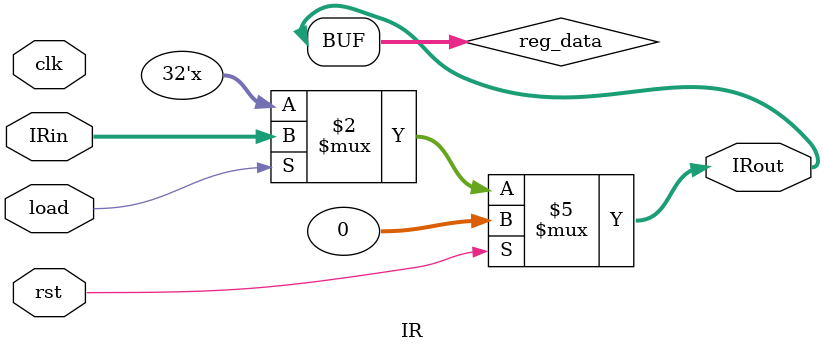
<source format=v>
`timescale 1ns / 1ps


module IR(
  input wire clk,    // 时钟输入
  input wire rst,    // 复位输入
  input wire [31:0] IRin, // 数据输入（32 位宽）
  input wire load,   // 载入控制输入
  output wire [31:0] IRout // 数据输出（32 位宽）
);

  // 声明寄存器变量
  reg [31:0] reg_data;

  always @(*) begin
    if (rst) begin
      // 复位时，将寄存器清零
      reg_data <= 4'h00000000;
    end else if (load) begin
      // 如果 load 信号为高，则将数据加载到寄存器
      reg_data <= IRin;
    end
    // 如果需要其他控制逻辑，请在此处添加
  end

  // 数据输出
  assign IRout = reg_data;

endmodule

</source>
